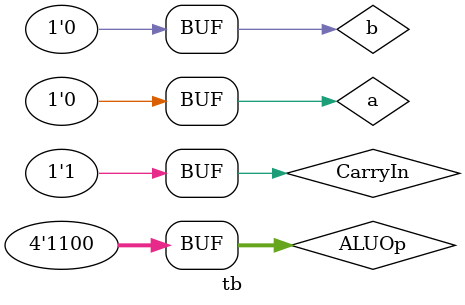
<source format=v>
module tb
(

);
	reg a;
	reg b;
  reg CarryIn;
  reg [3:0] ALUOp;
	wire Result;
	wire CarryOut;
	
	ALU_1_bit m
	(
		.a(a),
		.b(b),
		.CarryIn(CarryIn),
		.ALUOp(ALUOp),
		.Result(Result),
		.CarryOut(CarryOut)
	);
	
	initial
	
	begin
		a = 1'b0;
		b = 1'b0;
		CarryIn = 1'b1;
		#200 ALUOp = 4'b0000;
		#200 ALUOp = 4'b0001;
		#200 ALUOp = 4'b0010;
		#200 ALUOp = 4'b0110;
		#200 ALUOp = 4'b1100;
  end
  
	initial
	$monitor("Time = ",$time, "---> Output = %d,%d",Result, CarryOut);
endmodule
</source>
